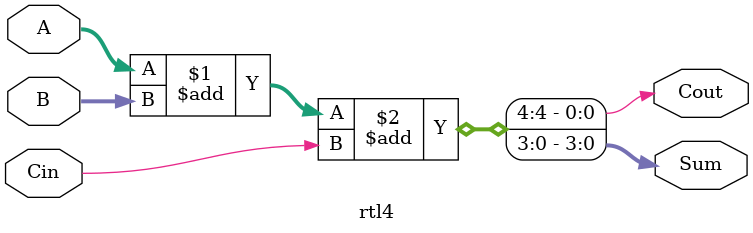
<source format=v>
module rtl4 (input [3:0] A, B, input Cin, output [3:0] Sum, output Cout);
    assign {Cout, Sum} = A + B + Cin;
endmodule


</source>
